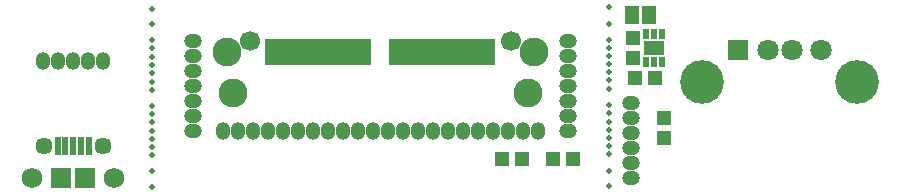
<source format=gbr>
G04 DipTrace 2.4.0.2*
%INTopMask.gbr*%
%MOIN*%
%ADD44C,0.0669*%
%ADD45C,0.02*%
%ADD54R,0.071X0.0474*%
%ADD56R,0.0198X0.0356*%
%ADD62R,0.0474X0.0612*%
%ADD64O,0.0496X0.0592*%
%ADD66O,0.0592X0.0496*%
%ADD68R,0.0671X0.0671*%
%ADD70C,0.0691*%
%ADD72C,0.0572*%
%ADD74R,0.0238X0.0612*%
%ADD76C,0.1458*%
%ADD78C,0.071*%
%ADD80R,0.071X0.071*%
%ADD82C,0.0966*%
%ADD84R,0.0206X0.0907*%
%ADD86R,0.0513X0.0474*%
%ADD88R,0.0474X0.0513*%
%FSLAX44Y44*%
G04*
G70*
G90*
G75*
G01*
%LNTopMask*%
%LPD*%
D88*
X24993Y9186D3*
Y8517D3*
D86*
X25737Y7834D3*
X25068D3*
D84*
X20308Y8693D3*
X20111D3*
X19914D3*
X19718D3*
X19521D3*
X19324D3*
X19127D3*
X18930D3*
X18733D3*
X18536D3*
X18340D3*
X18143D3*
X17946D3*
X17749D3*
X17552D3*
X17355D3*
X17159D3*
X16962D3*
X16174D3*
X15977D3*
X15781D3*
X15584D3*
X15387D3*
X15190D3*
X14993D3*
X14796D3*
X14599D3*
X14403D3*
X14206D3*
X14009D3*
X13812D3*
X13615D3*
X13418D3*
X13222D3*
X13025D3*
X12828D3*
D82*
X21483Y7337D3*
X11458Y8693D3*
X11665Y7346D3*
X21693Y8693D3*
D44*
X20909Y9087D3*
X12227D3*
D80*
X28508Y8758D3*
D78*
X29492D3*
X30279D3*
X31264D3*
D76*
X27299Y7691D3*
X32472D3*
D74*
X5818Y5568D3*
X6074D3*
X6330D3*
X6586D3*
X6842D3*
D72*
X5346D3*
X7314D3*
D70*
X4952Y4505D3*
X7708D3*
D68*
X5936D3*
X6724D3*
D66*
X10318Y9068D3*
Y8568D3*
Y8068D3*
Y7568D3*
Y7068D3*
Y6568D3*
Y6068D3*
D64*
X11318D3*
X11818D3*
X12318D3*
X12818D3*
X13318D3*
X13818D3*
X14318D3*
X14818D3*
X15318D3*
X15818D3*
X16318D3*
X16818D3*
X17318D3*
X17818D3*
X18318D3*
X18818D3*
X19318D3*
X19818D3*
X20318D3*
X20818D3*
X21318D3*
X21818D3*
D66*
X22818D3*
Y6568D3*
Y7068D3*
Y7568D3*
Y8068D3*
Y8568D3*
Y9068D3*
D62*
X24943Y9943D3*
X25534D3*
D88*
X26039Y5852D3*
Y6521D3*
D86*
X20631Y5130D3*
X21300D3*
X23006D3*
X22336D3*
D56*
X25943Y9318D3*
X25687D3*
X25431D3*
Y8373D3*
X25687D3*
X25943D3*
D54*
X25687Y8846D3*
D45*
X24180Y9646D3*
Y5559D3*
Y6105D3*
Y5832D3*
Y4751D3*
Y5298D3*
Y8566D3*
Y9112D3*
Y8839D3*
Y7484D3*
Y10193D3*
Y8031D3*
Y7758D3*
Y6677D3*
Y6950D3*
Y8304D3*
Y6378D3*
Y4239D3*
D66*
X24912Y7019D3*
Y6519D3*
Y6019D3*
Y5519D3*
Y5019D3*
Y4519D3*
D64*
X5318Y8414D3*
X5818D3*
X6318D3*
X6818D3*
X7318D3*
D45*
X8955Y4740D3*
Y8827D3*
Y8281D3*
Y8554D3*
Y9635D3*
Y9088D3*
Y5820D3*
Y5274D3*
Y5547D3*
Y6902D3*
Y4193D3*
Y6355D3*
Y6628D3*
Y7709D3*
Y7436D3*
Y6082D3*
Y8008D3*
Y10147D3*
M02*

</source>
